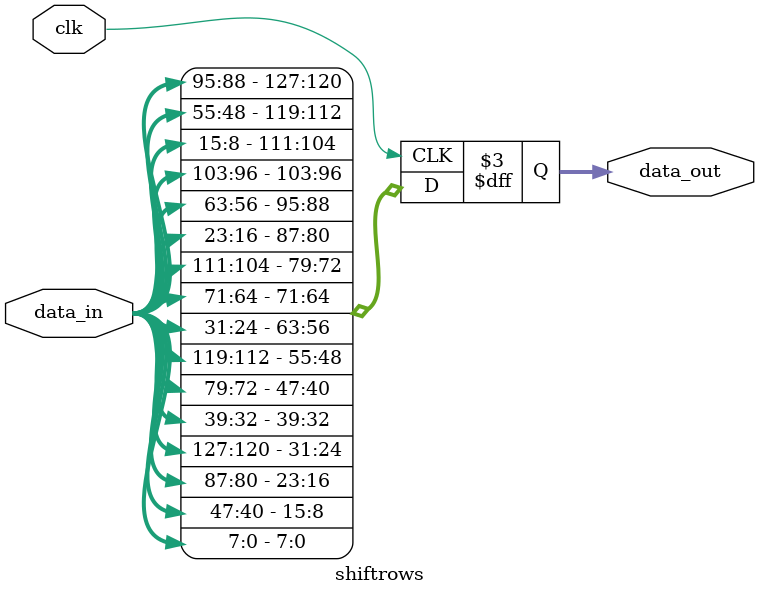
<source format=v>
`timescale 1ns / 1ps
module shiftrows(clk,data_in,data_out
    );
	 input clk;
	 input [127:0]data_in;
	 output reg [127:0]data_out=128'b0;
	 
	 always@(posedge clk)
	 begin
	 data_out[127:120]<=data_in[95:88];
	 data_out[119:112]<=data_in[55:48];
	 data_out[111:104]<=data_in[15:8];
	 data_out[103:96]<= data_in[103:96];
	 
	 
	 data_out[95:88]<=data_in[63:56];
	 data_out[87:80]<=data_in[23:16];
	 data_out[79:72]<=data_in[111:104];
	 data_out[71:64]<=data_in[71:64];
	 
	 data_out[63:56]<=data_in[31:24];
	 data_out[55:48]<=data_in[119:112];
	 data_out[47:40]<=data_in[79:72];
	 data_out[39:32]<=data_in[39:32];
	 
	 data_out[31:24]<=data_in[127:120];
	 data_out[23:16]<=data_in[87:80];
	 data_out[15:8]<= data_in[47:40];
	 data_out[7:0]<=data_in[7:0];
	 end
endmodule

</source>
